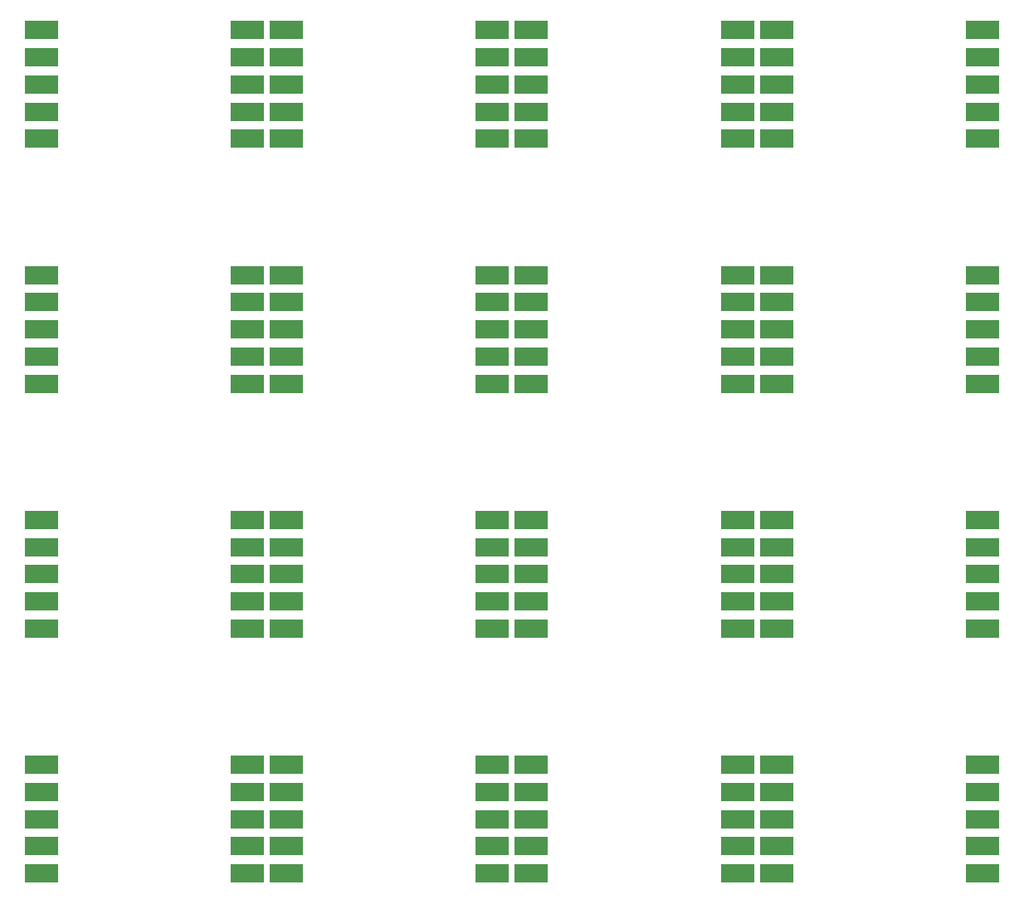
<source format=gtp>
G04 #@! TF.GenerationSoftware,KiCad,Pcbnew,(5.1.5)-3*
G04 #@! TF.CreationDate,2021-04-28T18:54:50+09:00*
G04 #@! TF.ProjectId,DSub9TestPoint.kicad_pcb(4x4),44537562-3954-4657-9374-506f696e742e,rev?*
G04 #@! TF.SameCoordinates,Original*
G04 #@! TF.FileFunction,Paste,Top*
G04 #@! TF.FilePolarity,Positive*
%FSLAX46Y46*%
G04 Gerber Fmt 4.6, Leading zero omitted, Abs format (unit mm)*
G04 Created by KiCad (PCBNEW (5.1.5)-3) date 2021-04-28 18:54:50*
%MOMM*%
%LPD*%
G04 APERTURE LIST*
%ADD10R,3.480000X1.846667*%
G04 APERTURE END LIST*
D10*
X123000000Y-56960000D03*
X123000000Y-59730000D03*
X123000000Y-62500000D03*
X123000000Y-65270000D03*
X123000000Y-68040000D03*
X102000000Y-56960000D03*
X102000000Y-59730000D03*
X102000000Y-62500000D03*
X102000000Y-65270000D03*
X102000000Y-68040000D03*
X123000000Y-81960000D03*
X123000000Y-84730000D03*
X123000000Y-87500000D03*
X123000000Y-90270000D03*
X123000000Y-93040000D03*
X102000000Y-106960000D03*
X102000000Y-109730000D03*
X102000000Y-112500000D03*
X102000000Y-115270000D03*
X102000000Y-118040000D03*
X102000000Y-81960000D03*
X102000000Y-84730000D03*
X102000000Y-87500000D03*
X102000000Y-90270000D03*
X102000000Y-93040000D03*
X123000000Y-106960000D03*
X123000000Y-109730000D03*
X123000000Y-112500000D03*
X123000000Y-115270000D03*
X123000000Y-118040000D03*
X123000000Y-131960000D03*
X123000000Y-134730000D03*
X123000000Y-137500000D03*
X123000000Y-140270000D03*
X123000000Y-143040000D03*
X102000000Y-131960000D03*
X102000000Y-134730000D03*
X102000000Y-137500000D03*
X102000000Y-140270000D03*
X102000000Y-143040000D03*
X148000000Y-93040000D03*
X148000000Y-90270000D03*
X148000000Y-87500000D03*
X148000000Y-84730000D03*
X148000000Y-81960000D03*
X148000000Y-68040000D03*
X148000000Y-65270000D03*
X148000000Y-62500000D03*
X148000000Y-59730000D03*
X148000000Y-56960000D03*
X127000000Y-68040000D03*
X127000000Y-65270000D03*
X127000000Y-62500000D03*
X127000000Y-59730000D03*
X127000000Y-56960000D03*
X148000000Y-118040000D03*
X148000000Y-115270000D03*
X148000000Y-112500000D03*
X148000000Y-109730000D03*
X148000000Y-106960000D03*
X127000000Y-143040000D03*
X127000000Y-140270000D03*
X127000000Y-137500000D03*
X127000000Y-134730000D03*
X127000000Y-131960000D03*
X127000000Y-118040000D03*
X127000000Y-115270000D03*
X127000000Y-112500000D03*
X127000000Y-109730000D03*
X127000000Y-106960000D03*
X148000000Y-143040000D03*
X148000000Y-140270000D03*
X148000000Y-137500000D03*
X148000000Y-134730000D03*
X148000000Y-131960000D03*
X127000000Y-93040000D03*
X127000000Y-90270000D03*
X127000000Y-87500000D03*
X127000000Y-84730000D03*
X127000000Y-81960000D03*
X98000000Y-56960000D03*
X98000000Y-59730000D03*
X98000000Y-62500000D03*
X98000000Y-65270000D03*
X98000000Y-68040000D03*
X77000000Y-56960000D03*
X77000000Y-59730000D03*
X77000000Y-62500000D03*
X77000000Y-65270000D03*
X77000000Y-68040000D03*
X98000000Y-81960000D03*
X98000000Y-84730000D03*
X98000000Y-87500000D03*
X98000000Y-90270000D03*
X98000000Y-93040000D03*
X77000000Y-106960000D03*
X77000000Y-109730000D03*
X77000000Y-112500000D03*
X77000000Y-115270000D03*
X77000000Y-118040000D03*
X77000000Y-81960000D03*
X77000000Y-84730000D03*
X77000000Y-87500000D03*
X77000000Y-90270000D03*
X77000000Y-93040000D03*
X98000000Y-106960000D03*
X98000000Y-109730000D03*
X98000000Y-112500000D03*
X98000000Y-115270000D03*
X98000000Y-118040000D03*
X98000000Y-131960000D03*
X98000000Y-134730000D03*
X98000000Y-137500000D03*
X98000000Y-140270000D03*
X98000000Y-143040000D03*
X77000000Y-131960000D03*
X77000000Y-134730000D03*
X77000000Y-137500000D03*
X77000000Y-140270000D03*
X77000000Y-143040000D03*
X52000000Y-68040000D03*
X52000000Y-65270000D03*
X52000000Y-62500000D03*
X52000000Y-59730000D03*
X52000000Y-56960000D03*
X73000000Y-68040000D03*
X73000000Y-65270000D03*
X73000000Y-62500000D03*
X73000000Y-59730000D03*
X73000000Y-56960000D03*
X52000000Y-93040000D03*
X52000000Y-90270000D03*
X52000000Y-87500000D03*
X52000000Y-84730000D03*
X52000000Y-81960000D03*
X73000000Y-93040000D03*
X73000000Y-90270000D03*
X73000000Y-87500000D03*
X73000000Y-84730000D03*
X73000000Y-81960000D03*
X52000000Y-118040000D03*
X52000000Y-115270000D03*
X52000000Y-112500000D03*
X52000000Y-109730000D03*
X52000000Y-106960000D03*
X73000000Y-118040000D03*
X73000000Y-115270000D03*
X73000000Y-112500000D03*
X73000000Y-109730000D03*
X73000000Y-106960000D03*
X52000000Y-143040000D03*
X52000000Y-140270000D03*
X52000000Y-137500000D03*
X52000000Y-134730000D03*
X52000000Y-131960000D03*
X73000000Y-143040000D03*
X73000000Y-140270000D03*
X73000000Y-137500000D03*
X73000000Y-134730000D03*
X73000000Y-131960000D03*
M02*

</source>
